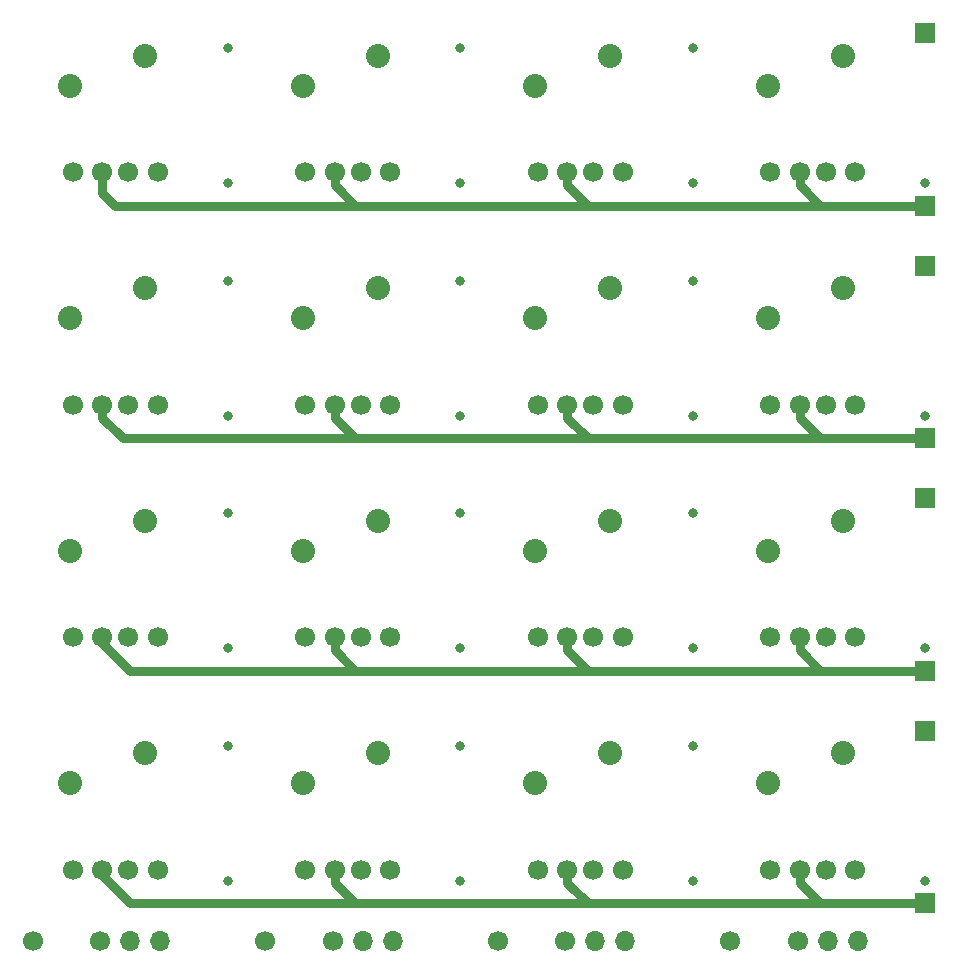
<source format=gbr>
%TF.GenerationSoftware,KiCad,Pcbnew,5.99.0-unknown-0ab82ef66~91~ubuntu20.04.1*%
%TF.CreationDate,2020-10-15T20:07:38+02:00*%
%TF.ProjectId,KeyPad-LED,4b657950-6164-42d4-9c45-442e6b696361,rev?*%
%TF.SameCoordinates,Original*%
%TF.FileFunction,Copper,L1,Top*%
%TF.FilePolarity,Positive*%
%FSLAX46Y46*%
G04 Gerber Fmt 4.6, Leading zero omitted, Abs format (unit mm)*
G04 Created by KiCad (PCBNEW 5.99.0-unknown-0ab82ef66~91~ubuntu20.04.1) date 2020-10-15 20:07:38*
%MOMM*%
%LPD*%
G01*
G04 APERTURE LIST*
%TA.AperFunction,ComponentPad*%
%ADD10C,2.032000*%
%TD*%
%TA.AperFunction,ComponentPad*%
%ADD11C,1.700000*%
%TD*%
%TA.AperFunction,ComponentPad*%
%ADD12R,1.700000X1.700000*%
%TD*%
%TA.AperFunction,ComponentPad*%
%ADD13O,1.700000X1.700000*%
%TD*%
%TA.AperFunction,ViaPad*%
%ADD14C,0.800000*%
%TD*%
%TA.AperFunction,Conductor*%
%ADD15C,0.762000*%
%TD*%
G04 APERTURE END LIST*
D10*
%TO.P,MX LED,1*%
%TO.N,N/C*%
X193040000Y-117475000D03*
%TO.P,MX LED,2*%
X186690000Y-120015000D03*
D11*
%TO.P,MX LED,3*%
X186900000Y-127355000D03*
%TO.P,MX LED,4*%
X189400000Y-127355000D03*
%TO.P,MX LED,5*%
X191600000Y-127355000D03*
%TO.P,MX LED,6*%
X194100000Y-127355000D03*
%TD*%
D10*
%TO.P,MX LED,1*%
%TO.N,N/C*%
X133985000Y-117475000D03*
%TO.P,MX LED,2*%
X127635000Y-120015000D03*
D11*
%TO.P,MX LED,3*%
X127845000Y-127355000D03*
%TO.P,MX LED,4*%
X130345000Y-127355000D03*
%TO.P,MX LED,5*%
X132545000Y-127355000D03*
%TO.P,MX LED,6*%
X135045000Y-127355000D03*
%TD*%
D10*
%TO.P,MX LED,1*%
%TO.N,N/C*%
X153670000Y-117475000D03*
%TO.P,MX LED,2*%
X147320000Y-120015000D03*
D11*
%TO.P,MX LED,3*%
X147530000Y-127355000D03*
%TO.P,MX LED,4*%
X150030000Y-127355000D03*
%TO.P,MX LED,5*%
X152230000Y-127355000D03*
%TO.P,MX LED,6*%
X154730000Y-127355000D03*
%TD*%
D10*
%TO.P,MX LED,1*%
%TO.N,N/C*%
X173355000Y-117475000D03*
%TO.P,MX LED,2*%
X167005000Y-120015000D03*
D11*
%TO.P,MX LED,3*%
X167215000Y-127355000D03*
%TO.P,MX LED,4*%
X169715000Y-127355000D03*
%TO.P,MX LED,5*%
X171915000Y-127355000D03*
%TO.P,MX LED,6*%
X174415000Y-127355000D03*
%TD*%
D10*
%TO.P,MX LED,1*%
%TO.N,N/C*%
X193040000Y-97790000D03*
%TO.P,MX LED,2*%
X186690000Y-100330000D03*
D11*
%TO.P,MX LED,3*%
X186900000Y-107670000D03*
%TO.P,MX LED,4*%
X189400000Y-107670000D03*
%TO.P,MX LED,5*%
X191600000Y-107670000D03*
%TO.P,MX LED,6*%
X194100000Y-107670000D03*
%TD*%
D10*
%TO.P,MX LED,1*%
%TO.N,N/C*%
X133985000Y-97790000D03*
%TO.P,MX LED,2*%
X127635000Y-100330000D03*
D11*
%TO.P,MX LED,3*%
X127845000Y-107670000D03*
%TO.P,MX LED,4*%
X130345000Y-107670000D03*
%TO.P,MX LED,5*%
X132545000Y-107670000D03*
%TO.P,MX LED,6*%
X135045000Y-107670000D03*
%TD*%
D10*
%TO.P,MX LED,1*%
%TO.N,N/C*%
X153670000Y-97790000D03*
%TO.P,MX LED,2*%
X147320000Y-100330000D03*
D11*
%TO.P,MX LED,3*%
X147530000Y-107670000D03*
%TO.P,MX LED,4*%
X150030000Y-107670000D03*
%TO.P,MX LED,5*%
X152230000Y-107670000D03*
%TO.P,MX LED,6*%
X154730000Y-107670000D03*
%TD*%
D10*
%TO.P,MX LED,1*%
%TO.N,N/C*%
X173355000Y-97790000D03*
%TO.P,MX LED,2*%
X167005000Y-100330000D03*
D11*
%TO.P,MX LED,3*%
X167215000Y-107670000D03*
%TO.P,MX LED,4*%
X169715000Y-107670000D03*
%TO.P,MX LED,5*%
X171915000Y-107670000D03*
%TO.P,MX LED,6*%
X174415000Y-107670000D03*
%TD*%
D10*
%TO.P,MX LED,1*%
%TO.N,N/C*%
X193040000Y-78105000D03*
%TO.P,MX LED,2*%
X186690000Y-80645000D03*
D11*
%TO.P,MX LED,3*%
X186900000Y-87985000D03*
%TO.P,MX LED,4*%
X189400000Y-87985000D03*
%TO.P,MX LED,5*%
X191600000Y-87985000D03*
%TO.P,MX LED,6*%
X194100000Y-87985000D03*
%TD*%
D10*
%TO.P,MX LED,1*%
%TO.N,N/C*%
X133985000Y-78105000D03*
%TO.P,MX LED,2*%
X127635000Y-80645000D03*
D11*
%TO.P,MX LED,3*%
X127845000Y-87985000D03*
%TO.P,MX LED,4*%
X130345000Y-87985000D03*
%TO.P,MX LED,5*%
X132545000Y-87985000D03*
%TO.P,MX LED,6*%
X135045000Y-87985000D03*
%TD*%
D10*
%TO.P,MX LED,1*%
%TO.N,N/C*%
X153670000Y-78105000D03*
%TO.P,MX LED,2*%
X147320000Y-80645000D03*
D11*
%TO.P,MX LED,3*%
X147530000Y-87985000D03*
%TO.P,MX LED,4*%
X150030000Y-87985000D03*
%TO.P,MX LED,5*%
X152230000Y-87985000D03*
%TO.P,MX LED,6*%
X154730000Y-87985000D03*
%TD*%
D10*
%TO.P,MX LED,1*%
%TO.N,N/C*%
X173355000Y-78105000D03*
%TO.P,MX LED,2*%
X167005000Y-80645000D03*
D11*
%TO.P,MX LED,3*%
X167215000Y-87985000D03*
%TO.P,MX LED,4*%
X169715000Y-87985000D03*
%TO.P,MX LED,5*%
X171915000Y-87985000D03*
%TO.P,MX LED,6*%
X174415000Y-87985000D03*
%TD*%
D10*
%TO.P,MX LED,1*%
%TO.N,N/C*%
X173355000Y-58420000D03*
%TO.P,MX LED,2*%
X167005000Y-60960000D03*
D11*
%TO.P,MX LED,3*%
X167215000Y-68300000D03*
%TO.P,MX LED,4*%
X169715000Y-68300000D03*
%TO.P,MX LED,5*%
X171915000Y-68300000D03*
%TO.P,MX LED,6*%
X174415000Y-68300000D03*
%TD*%
D10*
%TO.P,MX LED,1*%
%TO.N,N/C*%
X193040000Y-58420000D03*
%TO.P,MX LED,2*%
X186690000Y-60960000D03*
D11*
%TO.P,MX LED,3*%
X186900000Y-68300000D03*
%TO.P,MX LED,4*%
X189400000Y-68300000D03*
%TO.P,MX LED,5*%
X191600000Y-68300000D03*
%TO.P,MX LED,6*%
X194100000Y-68300000D03*
%TD*%
D10*
%TO.P,MX LED,1*%
%TO.N,N/C*%
X153670000Y-58420000D03*
%TO.P,MX LED,2*%
X147320000Y-60960000D03*
D11*
%TO.P,MX LED,3*%
X147530000Y-68300000D03*
%TO.P,MX LED,4*%
X150030000Y-68300000D03*
%TO.P,MX LED,5*%
X152230000Y-68300000D03*
%TO.P,MX LED,6*%
X154730000Y-68300000D03*
%TD*%
%TO.P,MX LED,6*%
%TO.N,N/C*%
X135045000Y-68300000D03*
%TO.P,MX LED,5*%
X132545000Y-68300000D03*
%TO.P,MX LED,4*%
X130345000Y-68300000D03*
%TO.P,MX LED,3*%
X127845000Y-68300000D03*
D10*
%TO.P,MX LED,2*%
X127635000Y-60960000D03*
%TO.P,MX LED,1*%
X133985000Y-58420000D03*
%TD*%
D12*
%TO.P,PIN1,1*%
%TO.N,N/C*%
X200025000Y-115570000D03*
%TD*%
%TO.P,PIN1,1*%
%TO.N,N/C*%
X200025000Y-76200000D03*
%TD*%
%TO.P,LED,1*%
%TO.N,N/C*%
X200025000Y-90805000D03*
%TD*%
D11*
%TO.P,LED,1*%
%TO.N,N/C*%
X169545000Y-133350000D03*
D13*
%TO.P,LED,2*%
X172085000Y-133350000D03*
%TO.P,LED,3*%
X174625000Y-133350000D03*
%TD*%
D12*
%TO.P,PIN1,1*%
%TO.N,N/C*%
X200025000Y-56515000D03*
%TD*%
D11*
%TO.P,LED,1*%
%TO.N,N/C*%
X149860000Y-133350000D03*
D13*
%TO.P,LED,2*%
X152400000Y-133350000D03*
%TO.P,LED,3*%
X154940000Y-133350000D03*
%TD*%
D12*
%TO.P,LED,1*%
%TO.N,N/C*%
X200025000Y-71120000D03*
%TD*%
%TO.P,LED,1*%
%TO.N,N/C*%
X200025000Y-130175000D03*
%TD*%
D11*
%TO.P,LED,1*%
%TO.N,N/C*%
X130175000Y-133350000D03*
D13*
%TO.P,LED,2*%
X132715000Y-133350000D03*
%TO.P,LED,3*%
X135255000Y-133350000D03*
%TD*%
D11*
%TO.P,PIN2,1*%
%TO.N,N/C*%
X183515000Y-133350000D03*
%TD*%
%TO.P,PIN2,1*%
%TO.N,N/C*%
X144145000Y-133350000D03*
%TD*%
%TO.P,PIN2,1*%
%TO.N,N/C*%
X163830000Y-133350000D03*
%TD*%
D12*
%TO.P,PIN1,1*%
%TO.N,N/C*%
X200025000Y-95885000D03*
%TD*%
%TO.P,LED,1*%
%TO.N,N/C*%
X200025000Y-110490000D03*
%TD*%
D11*
%TO.P,PIN2,1*%
%TO.N,N/C*%
X124460000Y-133350000D03*
%TD*%
%TO.P,LED,1*%
%TO.N,N/C*%
X189230000Y-133350000D03*
D13*
%TO.P,LED,2*%
X191770000Y-133350000D03*
%TO.P,LED,3*%
X194310000Y-133350000D03*
%TD*%
D14*
%TO.N,*%
X180340000Y-97155000D03*
X140970000Y-77470000D03*
X140970000Y-88900000D03*
X160655000Y-57785000D03*
X160655000Y-97155000D03*
X200025000Y-69215000D03*
X200025000Y-128270000D03*
X140970000Y-57785000D03*
X180340000Y-108585000D03*
X160655000Y-88900000D03*
X200025000Y-88900000D03*
X140970000Y-69215000D03*
X140970000Y-108585000D03*
X180340000Y-88900000D03*
X140970000Y-116840000D03*
X180340000Y-57785000D03*
X140970000Y-97155000D03*
X180340000Y-69215000D03*
X180340000Y-128270000D03*
X160655000Y-116840000D03*
X160655000Y-77470000D03*
X160655000Y-108585000D03*
X180340000Y-77470000D03*
X200025000Y-108585000D03*
X180340000Y-116840000D03*
X160655000Y-128270000D03*
X140970000Y-128270000D03*
X160655000Y-69215000D03*
%TD*%
D15*
%TO.N,*%
X191135000Y-130175000D02*
X190500000Y-130175000D01*
X191770000Y-130175000D02*
X191135000Y-130175000D01*
X191135000Y-130175000D02*
X189400000Y-128440000D01*
X189400000Y-128440000D02*
X189400000Y-127355000D01*
X171450000Y-130175000D02*
X173355000Y-130175000D01*
X160655000Y-130175000D02*
X171450000Y-130175000D01*
X171450000Y-130175000D02*
X169715000Y-128440000D01*
X169715000Y-128440000D02*
X169715000Y-127355000D01*
X191135000Y-110490000D02*
X190500000Y-110490000D01*
X191770000Y-110490000D02*
X191135000Y-110490000D01*
X191135000Y-110490000D02*
X189400000Y-108755000D01*
X189400000Y-108755000D02*
X189400000Y-107670000D01*
X171450000Y-110490000D02*
X170815000Y-110490000D01*
X173355000Y-110490000D02*
X171450000Y-110490000D01*
X171450000Y-110490000D02*
X169715000Y-108755000D01*
X169715000Y-108755000D02*
X169715000Y-107670000D01*
X191135000Y-90805000D02*
X190500000Y-90805000D01*
X191770000Y-90805000D02*
X191135000Y-90805000D01*
X191135000Y-90805000D02*
X189400000Y-89070000D01*
X189400000Y-89070000D02*
X189400000Y-87985000D01*
X171450000Y-90805000D02*
X170815000Y-90805000D01*
X173355000Y-90805000D02*
X171450000Y-90805000D01*
X171450000Y-90805000D02*
X169715000Y-89070000D01*
X169715000Y-89070000D02*
X169715000Y-87985000D01*
X140970000Y-130175000D02*
X132715000Y-130175000D01*
X132715000Y-130175000D02*
X130345000Y-127805000D01*
X130345000Y-127805000D02*
X130345000Y-127355000D01*
X151765000Y-130175000D02*
X156210000Y-130175000D01*
X140970000Y-130175000D02*
X151765000Y-130175000D01*
X151765000Y-130175000D02*
X150030000Y-128440000D01*
X150030000Y-128440000D02*
X150030000Y-127355000D01*
X151765000Y-110490000D02*
X151130000Y-110490000D01*
X156210000Y-110490000D02*
X151765000Y-110490000D01*
X151765000Y-110490000D02*
X150030000Y-108755000D01*
X150030000Y-108755000D02*
X150030000Y-107670000D01*
X140970000Y-110490000D02*
X132715000Y-110490000D01*
X132715000Y-110490000D02*
X130345000Y-108120000D01*
X130345000Y-108120000D02*
X130345000Y-107670000D01*
X140970000Y-90805000D02*
X132080000Y-90805000D01*
X132080000Y-90805000D02*
X130345000Y-89070000D01*
X130345000Y-89070000D02*
X130345000Y-87985000D01*
X151765000Y-90805000D02*
X156210000Y-90805000D01*
X151765000Y-90805000D02*
X150030000Y-89070000D01*
X140970000Y-90805000D02*
X151765000Y-90805000D01*
X150030000Y-89070000D02*
X150030000Y-87985000D01*
X191135000Y-71120000D02*
X190500000Y-71120000D01*
X191770000Y-71120000D02*
X191135000Y-71120000D01*
X189400000Y-69385000D02*
X189400000Y-68300000D01*
X191135000Y-71120000D02*
X189400000Y-69385000D01*
X171450000Y-71120000D02*
X173355000Y-71120000D01*
X160655000Y-71120000D02*
X171450000Y-71120000D01*
X171450000Y-71120000D02*
X169715000Y-69385000D01*
X169715000Y-69385000D02*
X169715000Y-68300000D01*
X151765000Y-71120000D02*
X156210000Y-71120000D01*
X150030000Y-69385000D02*
X150030000Y-68300000D01*
X140970000Y-71120000D02*
X151765000Y-71120000D01*
X151765000Y-71120000D02*
X150030000Y-69385000D01*
X131445000Y-71120000D02*
X130345000Y-70020000D01*
X130345000Y-70020000D02*
X130345000Y-68300000D01*
X160655000Y-130175000D02*
X156210000Y-130175000D01*
X156210000Y-71120000D02*
X151130000Y-71120000D01*
X156210000Y-130175000D02*
X151130000Y-130175000D01*
X180340000Y-110490000D02*
X173355000Y-110490000D01*
X140970000Y-110490000D02*
X156210000Y-110490000D01*
X180340000Y-71120000D02*
X191770000Y-71120000D01*
X180340000Y-71120000D02*
X173355000Y-71120000D01*
X200025000Y-71120000D02*
X191770000Y-71120000D01*
X160655000Y-71120000D02*
X156210000Y-71120000D01*
X173355000Y-71120000D02*
X170815000Y-71120000D01*
X160655000Y-90805000D02*
X173355000Y-90805000D01*
X160655000Y-90805000D02*
X156210000Y-90805000D01*
X180340000Y-130175000D02*
X191770000Y-130175000D01*
X180340000Y-110490000D02*
X191770000Y-110490000D01*
X180340000Y-130175000D02*
X173355000Y-130175000D01*
X156210000Y-90805000D02*
X151130000Y-90805000D01*
X180340000Y-90805000D02*
X173355000Y-90805000D01*
X160655000Y-110490000D02*
X173355000Y-110490000D01*
X200025000Y-130175000D02*
X191770000Y-130175000D01*
X140970000Y-71120000D02*
X131445000Y-71120000D01*
X160655000Y-110490000D02*
X156210000Y-110490000D01*
X200025000Y-110490000D02*
X191770000Y-110490000D01*
X173355000Y-130175000D02*
X170815000Y-130175000D01*
X200025000Y-90805000D02*
X191770000Y-90805000D01*
X180340000Y-90805000D02*
X191770000Y-90805000D01*
%TD*%
M02*

</source>
